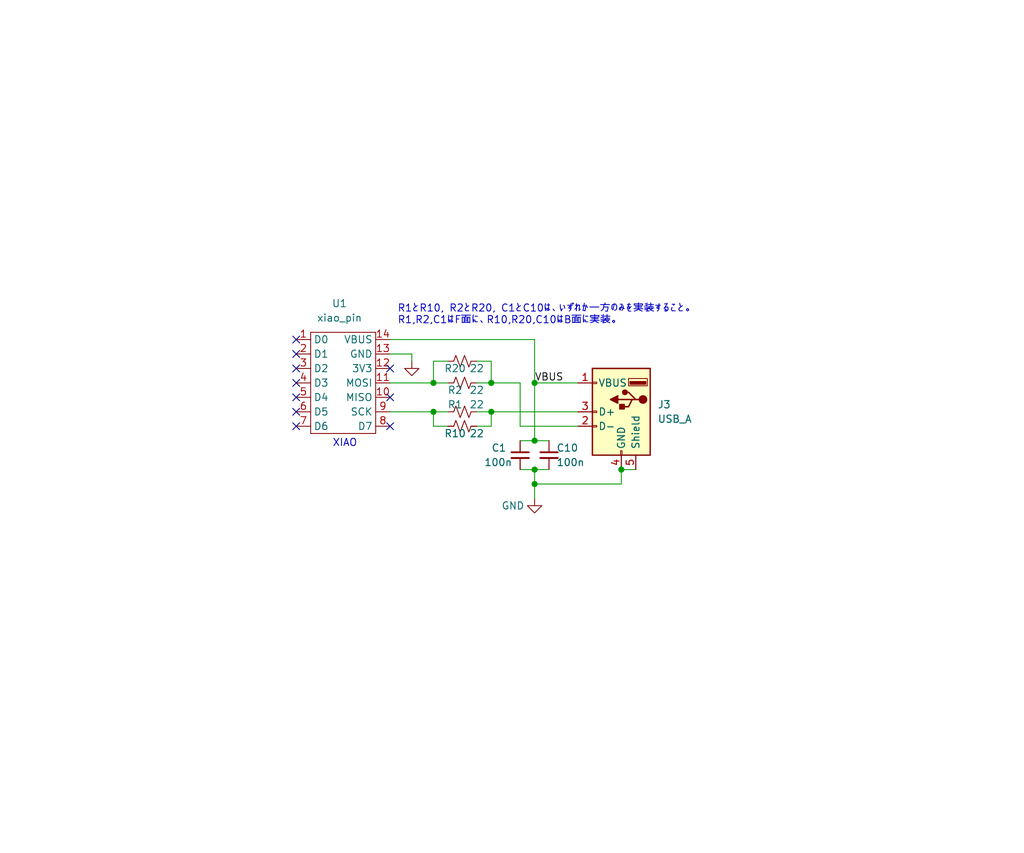
<source format=kicad_sch>
(kicad_sch (version 20211123) (generator eeschema)

  (uuid 9585050e-b446-413b-b7ef-39dd8adee58e)

  (paper "User" 180.01 150.012)

  (title_block
    (title "xiao_pio_usb2")
    (company "okiraku-camera.tokyo")
    (comment 1 "スルーホール部品と表面実装部品を選択できる")
  )

  (lib_symbols
    (symbol "Connector:USB_A" (pin_names (offset 1.016)) (in_bom yes) (on_board yes)
      (property "Reference" "J" (id 0) (at -5.08 11.43 0)
        (effects (font (size 1.27 1.27)) (justify left))
      )
      (property "Value" "USB_A" (id 1) (at -5.08 8.89 0)
        (effects (font (size 1.27 1.27)) (justify left))
      )
      (property "Footprint" "" (id 2) (at 3.81 -1.27 0)
        (effects (font (size 1.27 1.27)) hide)
      )
      (property "Datasheet" " ~" (id 3) (at 3.81 -1.27 0)
        (effects (font (size 1.27 1.27)) hide)
      )
      (property "ki_keywords" "connector USB" (id 4) (at 0 0 0)
        (effects (font (size 1.27 1.27)) hide)
      )
      (property "ki_description" "USB Type A connector" (id 5) (at 0 0 0)
        (effects (font (size 1.27 1.27)) hide)
      )
      (property "ki_fp_filters" "USB*" (id 6) (at 0 0 0)
        (effects (font (size 1.27 1.27)) hide)
      )
      (symbol "USB_A_0_1"
        (rectangle (start -5.08 -7.62) (end 5.08 7.62)
          (stroke (width 0.254) (type default) (color 0 0 0 0))
          (fill (type background))
        )
        (circle (center -3.81 2.159) (radius 0.635)
          (stroke (width 0.254) (type default) (color 0 0 0 0))
          (fill (type outline))
        )
        (rectangle (start -1.524 4.826) (end -4.318 5.334)
          (stroke (width 0) (type default) (color 0 0 0 0))
          (fill (type outline))
        )
        (rectangle (start -1.27 4.572) (end -4.572 5.842)
          (stroke (width 0) (type default) (color 0 0 0 0))
          (fill (type none))
        )
        (circle (center -0.635 3.429) (radius 0.381)
          (stroke (width 0.254) (type default) (color 0 0 0 0))
          (fill (type outline))
        )
        (rectangle (start -0.127 -7.62) (end 0.127 -6.858)
          (stroke (width 0) (type default) (color 0 0 0 0))
          (fill (type none))
        )
        (polyline
          (pts
            (xy -3.175 2.159)
            (xy -2.54 2.159)
            (xy -1.27 3.429)
            (xy -0.635 3.429)
          )
          (stroke (width 0.254) (type default) (color 0 0 0 0))
          (fill (type none))
        )
        (polyline
          (pts
            (xy -2.54 2.159)
            (xy -1.905 2.159)
            (xy -1.27 0.889)
            (xy 0 0.889)
          )
          (stroke (width 0.254) (type default) (color 0 0 0 0))
          (fill (type none))
        )
        (polyline
          (pts
            (xy 0.635 2.794)
            (xy 0.635 1.524)
            (xy 1.905 2.159)
            (xy 0.635 2.794)
          )
          (stroke (width 0.254) (type default) (color 0 0 0 0))
          (fill (type outline))
        )
        (rectangle (start 0.254 1.27) (end -0.508 0.508)
          (stroke (width 0.254) (type default) (color 0 0 0 0))
          (fill (type outline))
        )
        (rectangle (start 5.08 -2.667) (end 4.318 -2.413)
          (stroke (width 0) (type default) (color 0 0 0 0))
          (fill (type none))
        )
        (rectangle (start 5.08 -0.127) (end 4.318 0.127)
          (stroke (width 0) (type default) (color 0 0 0 0))
          (fill (type none))
        )
        (rectangle (start 5.08 4.953) (end 4.318 5.207)
          (stroke (width 0) (type default) (color 0 0 0 0))
          (fill (type none))
        )
      )
      (symbol "USB_A_1_1"
        (polyline
          (pts
            (xy -1.905 2.159)
            (xy 0.635 2.159)
          )
          (stroke (width 0.254) (type default) (color 0 0 0 0))
          (fill (type none))
        )
        (pin power_in line (at 7.62 5.08 180) (length 2.54)
          (name "VBUS" (effects (font (size 1.27 1.27))))
          (number "1" (effects (font (size 1.27 1.27))))
        )
        (pin bidirectional line (at 7.62 -2.54 180) (length 2.54)
          (name "D-" (effects (font (size 1.27 1.27))))
          (number "2" (effects (font (size 1.27 1.27))))
        )
        (pin bidirectional line (at 7.62 0 180) (length 2.54)
          (name "D+" (effects (font (size 1.27 1.27))))
          (number "3" (effects (font (size 1.27 1.27))))
        )
        (pin power_in line (at 0 -10.16 90) (length 2.54)
          (name "GND" (effects (font (size 1.27 1.27))))
          (number "4" (effects (font (size 1.27 1.27))))
        )
        (pin passive line (at -2.54 -10.16 90) (length 2.54)
          (name "Shield" (effects (font (size 1.27 1.27))))
          (number "5" (effects (font (size 1.27 1.27))))
        )
      )
    )
    (symbol "Device:C_Small" (pin_numbers hide) (pin_names (offset 0.254) hide) (in_bom yes) (on_board yes)
      (property "Reference" "C" (id 0) (at 0.254 1.778 0)
        (effects (font (size 1.27 1.27)) (justify left))
      )
      (property "Value" "C_Small" (id 1) (at 0.254 -2.032 0)
        (effects (font (size 1.27 1.27)) (justify left))
      )
      (property "Footprint" "" (id 2) (at 0 0 0)
        (effects (font (size 1.27 1.27)) hide)
      )
      (property "Datasheet" "~" (id 3) (at 0 0 0)
        (effects (font (size 1.27 1.27)) hide)
      )
      (property "ki_keywords" "capacitor cap" (id 4) (at 0 0 0)
        (effects (font (size 1.27 1.27)) hide)
      )
      (property "ki_description" "Unpolarized capacitor, small symbol" (id 5) (at 0 0 0)
        (effects (font (size 1.27 1.27)) hide)
      )
      (property "ki_fp_filters" "C_*" (id 6) (at 0 0 0)
        (effects (font (size 1.27 1.27)) hide)
      )
      (symbol "C_Small_0_1"
        (polyline
          (pts
            (xy -1.524 -0.508)
            (xy 1.524 -0.508)
          )
          (stroke (width 0.3302) (type default) (color 0 0 0 0))
          (fill (type none))
        )
        (polyline
          (pts
            (xy -1.524 0.508)
            (xy 1.524 0.508)
          )
          (stroke (width 0.3048) (type default) (color 0 0 0 0))
          (fill (type none))
        )
      )
      (symbol "C_Small_1_1"
        (pin passive line (at 0 2.54 270) (length 2.032)
          (name "~" (effects (font (size 1.27 1.27))))
          (number "1" (effects (font (size 1.27 1.27))))
        )
        (pin passive line (at 0 -2.54 90) (length 2.032)
          (name "~" (effects (font (size 1.27 1.27))))
          (number "2" (effects (font (size 1.27 1.27))))
        )
      )
    )
    (symbol "Device:R_Small_US" (pin_numbers hide) (pin_names (offset 0.254) hide) (in_bom yes) (on_board yes)
      (property "Reference" "R" (id 0) (at 0.762 0.508 0)
        (effects (font (size 1.27 1.27)) (justify left))
      )
      (property "Value" "R_Small_US" (id 1) (at 0.762 -1.016 0)
        (effects (font (size 1.27 1.27)) (justify left))
      )
      (property "Footprint" "" (id 2) (at 0 0 0)
        (effects (font (size 1.27 1.27)) hide)
      )
      (property "Datasheet" "~" (id 3) (at 0 0 0)
        (effects (font (size 1.27 1.27)) hide)
      )
      (property "ki_keywords" "r resistor" (id 4) (at 0 0 0)
        (effects (font (size 1.27 1.27)) hide)
      )
      (property "ki_description" "Resistor, small US symbol" (id 5) (at 0 0 0)
        (effects (font (size 1.27 1.27)) hide)
      )
      (property "ki_fp_filters" "R_*" (id 6) (at 0 0 0)
        (effects (font (size 1.27 1.27)) hide)
      )
      (symbol "R_Small_US_1_1"
        (polyline
          (pts
            (xy 0 0)
            (xy 1.016 -0.381)
            (xy 0 -0.762)
            (xy -1.016 -1.143)
            (xy 0 -1.524)
          )
          (stroke (width 0) (type default) (color 0 0 0 0))
          (fill (type none))
        )
        (polyline
          (pts
            (xy 0 1.524)
            (xy 1.016 1.143)
            (xy 0 0.762)
            (xy -1.016 0.381)
            (xy 0 0)
          )
          (stroke (width 0) (type default) (color 0 0 0 0))
          (fill (type none))
        )
        (pin passive line (at 0 2.54 270) (length 1.016)
          (name "~" (effects (font (size 1.27 1.27))))
          (number "1" (effects (font (size 1.27 1.27))))
        )
        (pin passive line (at 0 -2.54 90) (length 1.016)
          (name "~" (effects (font (size 1.27 1.27))))
          (number "2" (effects (font (size 1.27 1.27))))
        )
      )
    )
    (symbol "power:GND" (power) (pin_names (offset 0)) (in_bom yes) (on_board yes)
      (property "Reference" "#PWR" (id 0) (at 0 -6.35 0)
        (effects (font (size 1.27 1.27)) hide)
      )
      (property "Value" "GND" (id 1) (at 0 -3.81 0)
        (effects (font (size 1.27 1.27)))
      )
      (property "Footprint" "" (id 2) (at 0 0 0)
        (effects (font (size 1.27 1.27)) hide)
      )
      (property "Datasheet" "" (id 3) (at 0 0 0)
        (effects (font (size 1.27 1.27)) hide)
      )
      (property "ki_keywords" "power-flag" (id 4) (at 0 0 0)
        (effects (font (size 1.27 1.27)) hide)
      )
      (property "ki_description" "Power symbol creates a global label with name \"GND\" , ground" (id 5) (at 0 0 0)
        (effects (font (size 1.27 1.27)) hide)
      )
      (symbol "GND_0_1"
        (polyline
          (pts
            (xy 0 0)
            (xy 0 -1.27)
            (xy 1.27 -1.27)
            (xy 0 -2.54)
            (xy -1.27 -1.27)
            (xy 0 -1.27)
          )
          (stroke (width 0) (type default) (color 0 0 0 0))
          (fill (type none))
        )
      )
      (symbol "GND_1_1"
        (pin power_in line (at 0 0 270) (length 0) hide
          (name "GND" (effects (font (size 1.27 1.27))))
          (number "1" (effects (font (size 1.27 1.27))))
        )
      )
    )
    (symbol "xiao_lib:xiao_pin" (in_bom yes) (on_board yes)
      (property "Reference" "U" (id 0) (at 1.27 -13.97 0)
        (effects (font (size 1.27 1.27)))
      )
      (property "Value" "xiao_pin" (id 1) (at 0 6.35 0)
        (effects (font (size 1.27 1.27)))
      )
      (property "Footprint" "xiao_lib:xiao_pin" (id 2) (at 0 0 0)
        (effects (font (size 1.27 1.27)) hide)
      )
      (property "Datasheet" "" (id 3) (at 0 0 0)
        (effects (font (size 1.27 1.27)) hide)
      )
      (symbol "xiao_pin_0_1"
        (rectangle (start -5.08 3.81) (end -5.08 3.81)
          (stroke (width 0) (type default) (color 0 0 0 0))
          (fill (type none))
        )
        (rectangle (start -5.08 5.08) (end -5.08 5.08)
          (stroke (width 0) (type default) (color 0 0 0 0))
          (fill (type none))
        )
        (rectangle (start -3.81 2.54) (end -3.81 2.54)
          (stroke (width 0) (type default) (color 0 0 0 0))
          (fill (type none))
        )
        (rectangle (start -3.81 5.08) (end 7.62 -12.7)
          (stroke (width 0) (type default) (color 0 0 0 0))
          (fill (type none))
        )
        (rectangle (start 5.08 -6.35) (end 5.08 -6.35)
          (stroke (width 0) (type default) (color 0 0 0 0))
          (fill (type none))
        )
      )
      (symbol "xiao_pin_1_1"
        (pin passive line (at -6.35 3.81 0) (length 2.54)
          (name "D0" (effects (font (size 1.27 1.27))))
          (number "1" (effects (font (size 1.27 1.27))))
        )
        (pin passive line (at 10.16 -6.35 180) (length 2.54)
          (name "MISO" (effects (font (size 1.27 1.27))))
          (number "10" (effects (font (size 1.27 1.27))))
        )
        (pin passive line (at 10.16 -3.81 180) (length 2.54)
          (name "MOSI" (effects (font (size 1.27 1.27))))
          (number "11" (effects (font (size 1.27 1.27))))
        )
        (pin passive line (at 10.16 -1.27 180) (length 2.54)
          (name "3V3" (effects (font (size 1.27 1.27))))
          (number "12" (effects (font (size 1.27 1.27))))
        )
        (pin passive line (at 10.16 1.27 180) (length 2.54)
          (name "GND" (effects (font (size 1.27 1.27))))
          (number "13" (effects (font (size 1.27 1.27))))
        )
        (pin passive line (at 10.16 3.81 180) (length 2.54)
          (name "VBUS" (effects (font (size 1.27 1.27))))
          (number "14" (effects (font (size 1.27 1.27))))
        )
        (pin passive line (at -6.35 1.27 0) (length 2.54)
          (name "D1" (effects (font (size 1.27 1.27))))
          (number "2" (effects (font (size 1.27 1.27))))
        )
        (pin passive line (at -6.35 -1.27 0) (length 2.54)
          (name "D2" (effects (font (size 1.27 1.27))))
          (number "3" (effects (font (size 1.27 1.27))))
        )
        (pin passive line (at -6.35 -3.81 0) (length 2.54)
          (name "D3" (effects (font (size 1.27 1.27))))
          (number "4" (effects (font (size 1.27 1.27))))
        )
        (pin passive line (at -6.35 -6.35 0) (length 2.54)
          (name "D4" (effects (font (size 1.27 1.27))))
          (number "5" (effects (font (size 1.27 1.27))))
        )
        (pin passive line (at -6.35 -8.89 0) (length 2.54)
          (name "D5" (effects (font (size 1.27 1.27))))
          (number "6" (effects (font (size 1.27 1.27))))
        )
        (pin passive line (at -6.35 -11.43 0) (length 2.54)
          (name "D6" (effects (font (size 1.27 1.27))))
          (number "7" (effects (font (size 1.27 1.27))))
        )
        (pin passive line (at 10.16 -11.43 180) (length 2.54)
          (name "D7" (effects (font (size 1.27 1.27))))
          (number "8" (effects (font (size 1.27 1.27))))
        )
        (pin passive line (at 10.16 -8.89 180) (length 2.54)
          (name "SCK" (effects (font (size 1.27 1.27))))
          (number "9" (effects (font (size 1.27 1.27))))
        )
      )
    )
  )

  (junction (at 93.98 67.31) (diameter 0) (color 0 0 0 0)
    (uuid 0d78c562-fb68-4997-a1ed-ba145a742256)
  )
  (junction (at 76.2 67.31) (diameter 0) (color 0 0 0 0)
    (uuid 3ea5290a-26f0-4e6f-a913-1d57d15b0be4)
  )
  (junction (at 93.98 85.09) (diameter 0) (color 0 0 0 0)
    (uuid 5cc7c174-a155-4999-8e13-641c40945ca2)
  )
  (junction (at 76.2 72.39) (diameter 0) (color 0 0 0 0)
    (uuid 7132bba1-e926-4a94-85fa-41dad3d80882)
  )
  (junction (at 109.22 82.55) (diameter 0) (color 0 0 0 0)
    (uuid 7ed6248d-40c1-48ce-9406-a339b94247f6)
  )
  (junction (at 86.36 67.31) (diameter 0) (color 0 0 0 0)
    (uuid 9065e2fb-739c-4ac7-9a55-4667f7f5513f)
  )
  (junction (at 86.36 72.39) (diameter 0) (color 0 0 0 0)
    (uuid 97e31b24-ca0c-48e5-81a9-b0c70998dc74)
  )
  (junction (at 93.98 77.47) (diameter 0) (color 0 0 0 0)
    (uuid db0a6455-ada6-4e46-b7ec-62855e6d290a)
  )
  (junction (at 93.98 82.55) (diameter 0) (color 0 0 0 0)
    (uuid e70c79aa-cf1c-435c-bd72-0f5458bb32e4)
  )

  (no_connect (at 52.07 59.69) (uuid 3348a5b0-cc91-482b-984c-c38876587fec))
  (no_connect (at 52.07 72.39) (uuid 3840e4cc-5088-4647-891d-a9663faebe34))
  (no_connect (at 68.58 64.77) (uuid 8511dc6c-c02f-4108-9c9e-52c1e0d66d1b))
  (no_connect (at 52.07 74.93) (uuid 9346bac0-0a97-4bef-a4ed-86f75a2d2846))
  (no_connect (at 52.07 62.23) (uuid 953c4942-c1aa-46a4-95fd-e7a94a964fbf))
  (no_connect (at 52.07 64.77) (uuid 9dfed91a-9b66-4fc1-80aa-bb400f6b44db))
  (no_connect (at 68.58 74.93) (uuid bc9e656b-1e80-4f21-9449-faf3312d89b1))
  (no_connect (at 52.07 67.31) (uuid be3f4081-8a4c-4df1-b559-6e394c6263d1))
  (no_connect (at 68.58 69.85) (uuid ceb7ee84-3c0f-4a91-aea5-c7296d62b0f6))
  (no_connect (at 52.07 69.85) (uuid f2e91b53-adad-4134-b0a8-dab4d701ef8f))

  (wire (pts (xy 86.36 72.39) (xy 101.6 72.39))
    (stroke (width 0) (type default) (color 0 0 0 0))
    (uuid 014baa41-4d56-48dc-ac3b-b9d31817a5bb)
  )
  (wire (pts (xy 86.36 67.31) (xy 91.44 67.31))
    (stroke (width 0) (type default) (color 0 0 0 0))
    (uuid 1a02de0c-1e22-4f59-b25b-e62d78ba15ce)
  )
  (wire (pts (xy 83.82 67.31) (xy 86.36 67.31))
    (stroke (width 0) (type default) (color 0 0 0 0))
    (uuid 1c08b1e0-5987-4e67-ba31-7a7fa3ea8977)
  )
  (wire (pts (xy 76.2 72.39) (xy 78.74 72.39))
    (stroke (width 0) (type default) (color 0 0 0 0))
    (uuid 210f55c1-6df8-4d14-9a4e-3dcc893528c9)
  )
  (wire (pts (xy 93.98 82.55) (xy 93.98 85.09))
    (stroke (width 0) (type default) (color 0 0 0 0))
    (uuid 21c3c2eb-ca7c-48d0-8206-1345a485f774)
  )
  (wire (pts (xy 76.2 67.31) (xy 78.74 67.31))
    (stroke (width 0) (type default) (color 0 0 0 0))
    (uuid 3aaadd6b-11a0-410d-9b56-2d82c2f614fc)
  )
  (wire (pts (xy 93.98 77.47) (xy 96.52 77.47))
    (stroke (width 0) (type default) (color 0 0 0 0))
    (uuid 5b4ac42f-4259-4daf-a3f3-bf8ac330cd21)
  )
  (wire (pts (xy 86.36 63.5) (xy 86.36 67.31))
    (stroke (width 0) (type default) (color 0 0 0 0))
    (uuid 634623b4-c598-4ad0-a77e-a0a83c10b448)
  )
  (wire (pts (xy 68.58 72.39) (xy 76.2 72.39))
    (stroke (width 0) (type default) (color 0 0 0 0))
    (uuid 661922e2-667c-4bb4-a9dd-cda0865f09ef)
  )
  (wire (pts (xy 68.58 67.31) (xy 76.2 67.31))
    (stroke (width 0) (type default) (color 0 0 0 0))
    (uuid 66f1929a-0f31-4226-a1ad-a059a41d857b)
  )
  (wire (pts (xy 78.74 63.5) (xy 76.2 63.5))
    (stroke (width 0) (type default) (color 0 0 0 0))
    (uuid 6c2b16eb-3cc4-4ca9-9bf0-f647941f5058)
  )
  (wire (pts (xy 83.82 72.39) (xy 86.36 72.39))
    (stroke (width 0) (type default) (color 0 0 0 0))
    (uuid 6eaac2b1-e623-44af-8e60-7c32b7f0e2f6)
  )
  (wire (pts (xy 93.98 85.09) (xy 93.98 87.63))
    (stroke (width 0) (type default) (color 0 0 0 0))
    (uuid 784480db-64ba-4416-904b-f7410f55b86a)
  )
  (wire (pts (xy 91.44 82.55) (xy 93.98 82.55))
    (stroke (width 0) (type default) (color 0 0 0 0))
    (uuid 846619cd-e034-4fe0-bd4a-cd1a4304aa67)
  )
  (wire (pts (xy 86.36 72.39) (xy 86.36 74.93))
    (stroke (width 0) (type default) (color 0 0 0 0))
    (uuid 8955700a-ca0e-413e-963c-2533780e3270)
  )
  (wire (pts (xy 72.39 63.5) (xy 72.39 62.23))
    (stroke (width 0) (type default) (color 0 0 0 0))
    (uuid 8cfb7ab6-d98f-469a-aa31-80b346721e40)
  )
  (wire (pts (xy 91.44 77.47) (xy 93.98 77.47))
    (stroke (width 0) (type default) (color 0 0 0 0))
    (uuid 94182e2a-f11c-4c9a-b645-4f1b18fd00c3)
  )
  (wire (pts (xy 93.98 67.31) (xy 93.98 77.47))
    (stroke (width 0) (type default) (color 0 0 0 0))
    (uuid a7f95e76-65da-45b1-b62e-e0b610e59c56)
  )
  (wire (pts (xy 109.22 82.55) (xy 109.22 85.09))
    (stroke (width 0) (type default) (color 0 0 0 0))
    (uuid b49d90c8-e2de-4fa2-ad33-fadad84bfacb)
  )
  (wire (pts (xy 78.74 74.93) (xy 76.2 74.93))
    (stroke (width 0) (type default) (color 0 0 0 0))
    (uuid c1cc3253-284a-4500-ac1b-a185700278e0)
  )
  (wire (pts (xy 76.2 63.5) (xy 76.2 67.31))
    (stroke (width 0) (type default) (color 0 0 0 0))
    (uuid cb445ba3-ca15-4a86-a1ce-8f76932201d4)
  )
  (wire (pts (xy 93.98 59.69) (xy 93.98 67.31))
    (stroke (width 0) (type default) (color 0 0 0 0))
    (uuid d15d12a9-2422-4c4e-b95f-83351071258c)
  )
  (wire (pts (xy 93.98 85.09) (xy 109.22 85.09))
    (stroke (width 0) (type default) (color 0 0 0 0))
    (uuid d197df40-9cbe-428d-bdea-b21730dbbfce)
  )
  (wire (pts (xy 109.22 82.55) (xy 111.76 82.55))
    (stroke (width 0) (type default) (color 0 0 0 0))
    (uuid db37aa41-1d5c-4367-a366-ab5694370f63)
  )
  (wire (pts (xy 72.39 62.23) (xy 68.58 62.23))
    (stroke (width 0) (type default) (color 0 0 0 0))
    (uuid ddb4b979-42dc-4324-8bca-c7e9f59abaaf)
  )
  (wire (pts (xy 93.98 67.31) (xy 101.6 67.31))
    (stroke (width 0) (type default) (color 0 0 0 0))
    (uuid e13a9828-b63a-4a35-a280-9e5007f99b0c)
  )
  (wire (pts (xy 93.98 82.55) (xy 96.52 82.55))
    (stroke (width 0) (type default) (color 0 0 0 0))
    (uuid e57c19c9-5647-4953-81c6-64c0329112e6)
  )
  (wire (pts (xy 101.6 74.93) (xy 91.44 74.93))
    (stroke (width 0) (type default) (color 0 0 0 0))
    (uuid e83b7fac-37cb-4b61-aefa-6d8bf51e528c)
  )
  (wire (pts (xy 68.58 59.69) (xy 93.98 59.69))
    (stroke (width 0) (type default) (color 0 0 0 0))
    (uuid e939e0d7-107b-4186-9bce-25727cd4bdc5)
  )
  (wire (pts (xy 76.2 74.93) (xy 76.2 72.39))
    (stroke (width 0) (type default) (color 0 0 0 0))
    (uuid e99bb105-9b0c-4918-ae58-fb64871620ef)
  )
  (wire (pts (xy 83.82 74.93) (xy 86.36 74.93))
    (stroke (width 0) (type default) (color 0 0 0 0))
    (uuid ea497523-1c12-4af9-acaf-f6907dbc7d91)
  )
  (wire (pts (xy 91.44 74.93) (xy 91.44 67.31))
    (stroke (width 0) (type default) (color 0 0 0 0))
    (uuid f6143d53-9d5f-4558-ab97-7e631c147229)
  )
  (wire (pts (xy 83.82 63.5) (xy 86.36 63.5))
    (stroke (width 0) (type default) (color 0 0 0 0))
    (uuid ff621262-dde6-40d2-b9c0-f99346912289)
  )

  (text "R1とR10, R2とR20, C1とC10は、いずれか一方のみを実装すること。\nR1,R2,C1はF面に、R10,R20,C10はB面に実装。"
    (at 69.85 57.15 0)
    (effects (font (size 1.27 1.27)) (justify left bottom))
    (uuid df5f785e-db1a-4124-8b21-40d78c667250)
  )
  (text "Manufacturer   Suzhou Liming Elec\nMFR.Part #3225-12.00-20-10-10/A\nJLCPCB Part #C518159\nPackage SMD3225-4P"
    (at 312.42 124.46 0)
    (effects (font (size 1.27 1.27)) (justify left bottom))
    (uuid e8cb6a15-6d32-45f9-a86a-72960b323bc5)
  )
  (text "XIAO" (at 58.42 78.74 0)
    (effects (font (size 1.27 1.27)) (justify left bottom))
    (uuid e9a9cd04-1399-4507-91bf-6ccaa26bb22b)
  )

  (label "VBUS" (at 93.98 67.31 0)
    (effects (font (size 1.27 1.27)) (justify left bottom))
    (uuid cb325fcf-0d0a-4cb6-90a8-c82fb27c0bc3)
  )

  (symbol (lib_id "power:GND") (at 93.98 87.63 0) (unit 1)
    (in_bom yes) (on_board yes)
    (uuid 1ebbb0a0-dca0-445c-83a0-37c32730480a)
    (property "Reference" "#PWR010" (id 0) (at 93.98 93.98 0)
      (effects (font (size 1.27 1.27)) hide)
    )
    (property "Value" "GND" (id 1) (at 90.17 88.9 0))
    (property "Footprint" "" (id 2) (at 93.98 87.63 0)
      (effects (font (size 1.27 1.27)) hide)
    )
    (property "Datasheet" "" (id 3) (at 93.98 87.63 0)
      (effects (font (size 1.27 1.27)) hide)
    )
    (pin "1" (uuid 94c8fd9a-b05e-4546-916f-da02fe025fab))
  )

  (symbol (lib_id "power:GND") (at 72.39 63.5 0) (unit 1)
    (in_bom yes) (on_board yes)
    (uuid 51b0b414-5418-46a6-b5ac-f01bb710bf7f)
    (property "Reference" "#PWR0101" (id 0) (at 72.39 69.85 0)
      (effects (font (size 1.27 1.27)) hide)
    )
    (property "Value" "GND" (id 1) (at 68.58 64.77 0)
      (effects (font (size 1.27 1.27)) hide)
    )
    (property "Footprint" "" (id 2) (at 72.39 63.5 0)
      (effects (font (size 1.27 1.27)) hide)
    )
    (property "Datasheet" "" (id 3) (at 72.39 63.5 0)
      (effects (font (size 1.27 1.27)) hide)
    )
    (pin "1" (uuid f02ba4bd-ee9e-45f3-b5f1-4f530da45b12))
  )

  (symbol (lib_id "xiao_lib:xiao_pin") (at 58.42 63.5 0) (unit 1)
    (in_bom yes) (on_board yes) (fields_autoplaced)
    (uuid 73380943-3ed2-42cd-be06-1166be38ee74)
    (property "Reference" "U1" (id 0) (at 59.69 53.34 0))
    (property "Value" "xiao_pin" (id 1) (at 59.69 55.88 0))
    (property "Footprint" "xiao_lib:xiao_pin" (id 2) (at 58.42 63.5 0)
      (effects (font (size 1.27 1.27)) hide)
    )
    (property "Datasheet" "" (id 3) (at 58.42 63.5 0)
      (effects (font (size 1.27 1.27)) hide)
    )
    (pin "1" (uuid b5f694fe-90b1-449f-b435-3f1428ea29b3))
    (pin "10" (uuid 387686da-aa95-4327-a21f-00959552da5b))
    (pin "11" (uuid 26279614-d6b6-494d-99c5-eb7530f85faf))
    (pin "12" (uuid bed30b28-3dff-4e32-821e-60d593ebfcfb))
    (pin "13" (uuid fd224548-ed73-4d5c-9e8b-29fb9ad78483))
    (pin "14" (uuid 9a460565-1054-402d-b824-bab8ca72fa40))
    (pin "2" (uuid 2a1a32f9-b1d8-427c-bb07-a310023b8b55))
    (pin "3" (uuid a71d2019-7c0d-4208-819b-e0a5c1f09b06))
    (pin "4" (uuid 27b1ac73-f51b-458a-ad1a-e7a420b3f8d7))
    (pin "5" (uuid 2e60d7c3-d109-4869-ab6d-6ab074fe303a))
    (pin "6" (uuid 9cca3820-3b7b-4a3b-917e-e9960b5cfe50))
    (pin "7" (uuid 9fcf2b98-2e18-4de8-b5af-45bd21aa4107))
    (pin "8" (uuid 51973395-1374-4aab-9970-ac5f6bf81f6d))
    (pin "9" (uuid 929ed32d-63f6-40f3-a83d-0c44bd4fdfe9))
  )

  (symbol (lib_id "Device:R_Small_US") (at 81.28 72.39 90) (unit 1)
    (in_bom yes) (on_board yes)
    (uuid 751bb1b2-87e2-42a3-ad83-7ea8172d5ab9)
    (property "Reference" "R1" (id 0) (at 80.01 71.12 90))
    (property "Value" "22" (id 1) (at 83.82 71.12 90))
    (property "Footprint" "Resistor_THT:R_Axial_DIN0207_L6.3mm_D2.5mm_P7.62mm_Horizontal" (id 2) (at 81.28 72.39 0)
      (effects (font (size 1.27 1.27)) hide)
    )
    (property "Datasheet" "~" (id 3) (at 81.28 72.39 0)
      (effects (font (size 1.27 1.27)) hide)
    )
    (pin "1" (uuid 18766659-9101-4ab1-8e12-fc003e0bcd70))
    (pin "2" (uuid 5bfcfa82-c6ee-4264-8096-798f9ff3a7f6))
  )

  (symbol (lib_id "Connector:USB_A") (at 109.22 72.39 0) (mirror y) (unit 1)
    (in_bom yes) (on_board yes) (fields_autoplaced)
    (uuid b2e990c8-9c24-448d-90a2-151f18002cfd)
    (property "Reference" "J3" (id 0) (at 115.57 71.1199 0)
      (effects (font (size 1.27 1.27)) (justify right))
    )
    (property "Value" "USB_A" (id 1) (at 115.57 73.6599 0)
      (effects (font (size 1.27 1.27)) (justify right))
    )
    (property "Footprint" "Connector_USB:USB_A_CONNFLY_DS1095-WNR0" (id 2) (at 105.41 73.66 0)
      (effects (font (size 1.27 1.27)) hide)
    )
    (property "Datasheet" " ~" (id 3) (at 105.41 73.66 0)
      (effects (font (size 1.27 1.27)) hide)
    )
    (pin "1" (uuid def551b7-67af-4e33-9e38-12d905a2942c))
    (pin "2" (uuid 5719f128-d157-49ea-9696-56a2bf40b046))
    (pin "3" (uuid 50147424-c666-401e-bb19-1e4520bd3d53))
    (pin "4" (uuid b30b5682-63f5-4ee4-a4b1-3695ae13b4e3))
    (pin "5" (uuid 556b5a2b-7ec1-4583-a8ae-9cd02399234f))
  )

  (symbol (lib_id "Device:C_Small") (at 96.52 80.01 0) (unit 1)
    (in_bom yes) (on_board yes)
    (uuid b367063c-1640-484f-9d48-784a4c8cb1a2)
    (property "Reference" "C10" (id 0) (at 97.79 78.74 0)
      (effects (font (size 1.27 1.27)) (justify left))
    )
    (property "Value" "100n" (id 1) (at 97.79 81.28 0)
      (effects (font (size 1.27 1.27)) (justify left))
    )
    (property "Footprint" "Capacitor_SMD:C_0603_1608Metric_Pad1.08x0.95mm_HandSolder" (id 2) (at 96.52 80.01 0)
      (effects (font (size 1.27 1.27)) hide)
    )
    (property "Datasheet" "~" (id 3) (at 96.52 80.01 0)
      (effects (font (size 1.27 1.27)) hide)
    )
    (pin "1" (uuid 8de7800e-b9a9-4d4b-83ac-71f6d8a09214))
    (pin "2" (uuid ea86ba12-e68e-4574-8f10-2291b35ea85b))
  )

  (symbol (lib_id "Device:R_Small_US") (at 81.28 63.5 90) (unit 1)
    (in_bom yes) (on_board yes)
    (uuid b3e130de-ba66-4047-b767-612dc84e3eb3)
    (property "Reference" "R20" (id 0) (at 80.01 64.77 90))
    (property "Value" "22" (id 1) (at 83.82 64.77 90))
    (property "Footprint" "Resistor_SMD:R_1206_3216Metric_Pad1.30x1.75mm_HandSolder" (id 2) (at 81.28 63.5 0)
      (effects (font (size 1.27 1.27)) hide)
    )
    (property "Datasheet" "~" (id 3) (at 81.28 63.5 0)
      (effects (font (size 1.27 1.27)) hide)
    )
    (pin "1" (uuid 4abff817-8e35-4c47-b527-ef9538b4b545))
    (pin "2" (uuid 61490a52-109d-492f-a2ed-78f235590bfd))
  )

  (symbol (lib_id "Device:R_Small_US") (at 81.28 74.93 90) (unit 1)
    (in_bom yes) (on_board yes)
    (uuid c0d15db4-1e41-4f05-b286-3b2215658d69)
    (property "Reference" "R10" (id 0) (at 80.01 76.2 90))
    (property "Value" "22" (id 1) (at 83.82 76.2 90))
    (property "Footprint" "Resistor_SMD:R_1206_3216Metric_Pad1.30x1.75mm_HandSolder" (id 2) (at 81.28 74.93 0)
      (effects (font (size 1.27 1.27)) hide)
    )
    (property "Datasheet" "~" (id 3) (at 81.28 74.93 0)
      (effects (font (size 1.27 1.27)) hide)
    )
    (pin "1" (uuid 4fa25f3b-91fa-4ff7-acaf-0e64dbdb6614))
    (pin "2" (uuid 115ad6f6-33c5-462f-9aa5-ee0249935666))
  )

  (symbol (lib_id "Device:C_Small") (at 91.44 80.01 0) (unit 1)
    (in_bom yes) (on_board yes)
    (uuid d4268c82-3078-496b-bbbc-12b786c4fcdc)
    (property "Reference" "C1" (id 0) (at 86.36 78.74 0)
      (effects (font (size 1.27 1.27)) (justify left))
    )
    (property "Value" "100n" (id 1) (at 85.09 81.28 0)
      (effects (font (size 1.27 1.27)) (justify left))
    )
    (property "Footprint" "Capacitor_THT:C_Disc_D3.0mm_W1.6mm_P2.50mm" (id 2) (at 91.44 80.01 0)
      (effects (font (size 1.27 1.27)) hide)
    )
    (property "Datasheet" "~" (id 3) (at 91.44 80.01 0)
      (effects (font (size 1.27 1.27)) hide)
    )
    (pin "1" (uuid 98989578-f1fb-4262-a0fc-2a4d2283a1d7))
    (pin "2" (uuid 8d25d934-8060-4746-8a10-54add3d78fc8))
  )

  (symbol (lib_id "Device:R_Small_US") (at 81.28 67.31 90) (unit 1)
    (in_bom yes) (on_board yes)
    (uuid eee05ff6-d42c-4411-92f0-647e0424314e)
    (property "Reference" "R2" (id 0) (at 80.01 68.58 90))
    (property "Value" "22" (id 1) (at 83.82 68.58 90))
    (property "Footprint" "Resistor_THT:R_Axial_DIN0207_L6.3mm_D2.5mm_P7.62mm_Horizontal" (id 2) (at 81.28 67.31 0)
      (effects (font (size 1.27 1.27)) hide)
    )
    (property "Datasheet" "~" (id 3) (at 81.28 67.31 0)
      (effects (font (size 1.27 1.27)) hide)
    )
    (pin "1" (uuid 212855ef-d942-4ecd-a018-2f3ce4005e28))
    (pin "2" (uuid 69340766-0a09-4ca6-8530-7cc34c99153b))
  )

  (sheet_instances
    (path "/" (page "1"))
  )

  (symbol_instances
    (path "/1ebbb0a0-dca0-445c-83a0-37c32730480a"
      (reference "#PWR010") (unit 1) (value "GND") (footprint "")
    )
    (path "/51b0b414-5418-46a6-b5ac-f01bb710bf7f"
      (reference "#PWR0101") (unit 1) (value "GND") (footprint "")
    )
    (path "/d4268c82-3078-496b-bbbc-12b786c4fcdc"
      (reference "C1") (unit 1) (value "100n") (footprint "Capacitor_THT:C_Disc_D3.0mm_W1.6mm_P2.50mm")
    )
    (path "/b367063c-1640-484f-9d48-784a4c8cb1a2"
      (reference "C10") (unit 1) (value "100n") (footprint "Capacitor_SMD:C_0603_1608Metric_Pad1.08x0.95mm_HandSolder")
    )
    (path "/b2e990c8-9c24-448d-90a2-151f18002cfd"
      (reference "J3") (unit 1) (value "USB_A") (footprint "Connector_USB:USB_A_CONNFLY_DS1095-WNR0")
    )
    (path "/751bb1b2-87e2-42a3-ad83-7ea8172d5ab9"
      (reference "R1") (unit 1) (value "22") (footprint "Resistor_THT:R_Axial_DIN0207_L6.3mm_D2.5mm_P7.62mm_Horizontal")
    )
    (path "/eee05ff6-d42c-4411-92f0-647e0424314e"
      (reference "R2") (unit 1) (value "22") (footprint "Resistor_THT:R_Axial_DIN0207_L6.3mm_D2.5mm_P7.62mm_Horizontal")
    )
    (path "/c0d15db4-1e41-4f05-b286-3b2215658d69"
      (reference "R10") (unit 1) (value "22") (footprint "Resistor_SMD:R_1206_3216Metric_Pad1.30x1.75mm_HandSolder")
    )
    (path "/b3e130de-ba66-4047-b767-612dc84e3eb3"
      (reference "R20") (unit 1) (value "22") (footprint "Resistor_SMD:R_1206_3216Metric_Pad1.30x1.75mm_HandSolder")
    )
    (path "/73380943-3ed2-42cd-be06-1166be38ee74"
      (reference "U1") (unit 1) (value "xiao_pin") (footprint "xiao_lib:xiao_pin")
    )
  )
)

</source>
